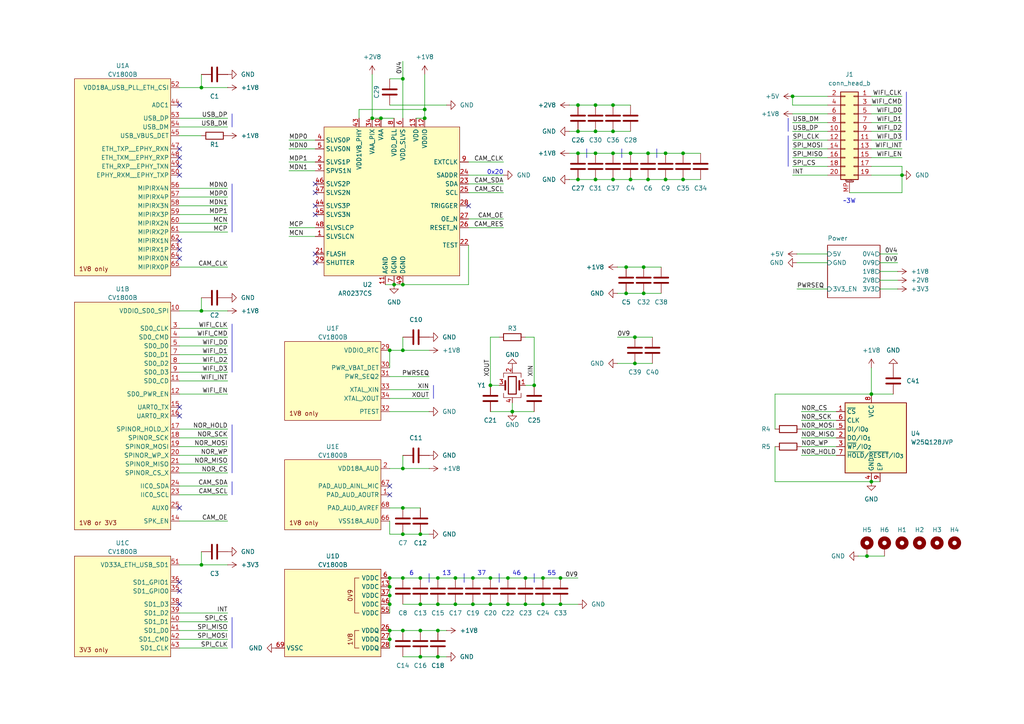
<source format=kicad_sch>
(kicad_sch (version 20250114) (generator "eeschema") (generator_version "9.0")
  (paper "A4")
  (title_block (title "HW1 Head A") (date "2025-10-07") (rev "1") (company "team noon") (comment 3 "github.com/team-noon/hw1") (comment 4 "Drawn By: Sam"))
  (text "0x20" (at 146.05 50.8 0) (effects (font (size 1.27 1.27)) (justify right bottom)))
  (text "13" (at 129.54 166.37 0) (effects (font (size 1.27 1.27))))
  (text "~3W" (at 246.38 58.42 0) (effects (font (size 1.27 1.27))))
  (text "6" (at 119.38 166.37 0) (effects (font (size 1.27 1.27))))
  (text "37" (at 139.7 166.37 0) (effects (font (size 1.27 1.27))))
  (text "55" (at 160.02 166.37 0) (effects (font (size 1.27 1.27))))
  (text "46" (at 149.86 166.37 0) (effects (font (size 1.27 1.27))))
  (junction (at 147.32 175.26))
  (junction (at 157.48 167.64))
  (junction (at 127 175.26))
  (junction (at 152.4 167.64))
  (junction (at 142.24 111.76))
  (junction (at 127 190.5))
  (junction (at 121.92 167.64))
  (junction (at 116.84 147.32))
  (junction (at 58.42 163.83))
  (junction (at 132.08 167.64))
  (junction (at 123.19 31.75))
  (junction (at 198.12 44.45))
  (junction (at 148.59 119.38))
  (junction (at 116.84 154.94))
  (junction (at 182.88 52.07))
  (junction (at 167.64 44.45))
  (junction (at 186.69 77.47))
  (junction (at 113.03 101.6))
  (junction (at 127 182.88))
  (junction (at 154.94 111.76))
  (junction (at 123.19 34.29))
  (junction (at 121.92 154.94))
  (junction (at 116.84 101.6))
  (junction (at 116.84 182.88))
  (junction (at 137.16 175.26))
  (junction (at 116.84 167.64))
  (junction (at 193.04 44.45))
  (junction (at 181.61 77.47))
  (junction (at 167.64 30.48))
  (junction (at 116.84 135.89))
  (junction (at 121.92 190.5))
  (junction (at 172.72 38.1))
  (junction (at 107.95 34.29))
  (junction (at 261.62 50.8))
  (junction (at 113.03 172.72))
  (junction (at 114.3 82.55))
  (junction (at 229.87 27.94))
  (junction (at 187.96 44.45))
  (junction (at 182.88 44.45))
  (junction (at 113.03 170.18))
  (junction (at 167.64 52.07))
  (junction (at 172.72 30.48))
  (junction (at 147.32 167.64))
  (junction (at 177.8 52.07))
  (junction (at 137.16 167.64))
  (junction (at 184.15 105.41))
  (junction (at 157.48 175.26))
  (junction (at 184.15 97.79))
  (junction (at 162.56 175.26))
  (junction (at 172.72 52.07))
  (junction (at 193.04 52.07))
  (junction (at 58.42 25.4))
  (junction (at 162.56 167.64))
  (junction (at 58.42 90.17))
  (junction (at 113.03 175.26))
  (junction (at 116.84 22.86))
  (junction (at 121.92 182.88))
  (junction (at 110.49 34.29))
  (junction (at 186.69 85.09))
  (junction (at 172.72 44.45))
  (junction (at 142.24 175.26))
  (junction (at 152.4 175.26))
  (junction (at 113.03 182.88))
  (junction (at 251.46 161.29))
  (junction (at 177.8 38.1))
  (junction (at 113.03 167.64))
  (junction (at 252.73 114.3))
  (junction (at 127 167.64))
  (junction (at 181.61 85.09))
  (junction (at 121.92 175.26))
  (junction (at 132.08 175.26))
  (junction (at 252.73 139.7))
  (junction (at 142.24 167.64))
  (junction (at 187.96 52.07))
  (junction (at 177.8 30.48))
  (junction (at 167.64 38.1))
  (junction (at 116.84 82.55))
  (junction (at 177.8 44.45))
  (junction (at 113.03 185.42))
  (junction (at 198.12 52.07))
  (no_connect (at 52.07 120.65))
  (no_connect (at 135.89 59.69))
  (no_connect (at 52.07 45.72))
  (no_connect (at 91.44 62.23))
  (no_connect (at 91.44 55.88))
  (no_connect (at 113.03 140.97))
  (no_connect (at 52.07 72.39))
  (no_connect (at 91.44 73.66))
  (no_connect (at 52.07 30.48))
  (no_connect (at 91.44 59.69))
  (no_connect (at 52.07 48.26))
  (no_connect (at 52.07 175.26))
  (no_connect (at 52.07 171.45))
  (no_connect (at 52.07 43.18))
  (no_connect (at 113.03 143.51))
  (no_connect (at 52.07 74.93))
  (no_connect (at 52.07 69.85))
  (no_connect (at 52.07 168.91))
  (no_connect (at 52.07 147.32))
  (no_connect (at 52.07 50.8))
  (no_connect (at 52.07 118.11))
  (no_connect (at 91.44 53.34))
  (no_connect (at 91.44 76.2))
  (wire (pts (xy 186.69 77.47) (xy 191.77 77.47)))
  (wire (pts (xy 104.14 31.75) (xy 104.14 34.29)))
  (wire (pts (xy 252.73 106.68) (xy 252.73 114.3)))
  (wire (pts (xy 113.03 147.32) (xy 116.84 147.32)))
  (wire (pts (xy 52.07 151.13) (xy 66.04 151.13)))
  (wire (pts (xy 162.56 175.26) (xy 157.48 175.26)))
  (wire (pts (xy 123.19 21.59) (xy 123.19 31.75)))
  (wire (pts (xy 224.79 114.3) (xy 252.73 114.3)))
  (wire (pts (xy 261.62 43.18) (xy 252.73 43.18)))
  (wire (pts (xy 107.95 34.29) (xy 107.95 21.59)))
  (wire (pts (xy 124.46 119.38) (xy 113.03 119.38)))
  (wire (pts (xy 187.96 52.07) (xy 193.04 52.07)))
  (wire (pts (xy 58.42 25.4) (xy 66.04 25.4)))
  (wire (pts (xy 52.07 107.95) (xy 66.04 107.95)))
  (wire (pts (xy 52.07 124.46) (xy 66.04 124.46)))
  (wire (pts (xy 66.04 36.83) (xy 52.07 36.83)))
  (wire (pts (xy 157.48 167.64) (xy 162.56 167.64)))
  (wire (pts (xy 91.44 66.04) (xy 83.82 66.04)))
  (wire (pts (xy 261.62 48.26) (xy 261.62 50.8)))
  (wire (pts (xy 232.41 129.54) (xy 242.57 129.54)))
  (wire (pts (xy 229.87 27.94) (xy 229.87 30.48)))
  (wire (pts (xy 167.64 44.45) (xy 172.72 44.45)))
  (wire (pts (xy 66.04 140.97) (xy 52.07 140.97)))
  (wire (pts (xy 260.35 73.66) (xy 255.27 73.66)))
  (wire (pts (xy 229.87 38.1) (xy 240.03 38.1)))
  (wire (pts (xy 52.07 110.49) (xy 66.04 110.49)))
  (wire (pts (xy 229.87 45.72) (xy 240.03 45.72)))
  (wire (pts (xy 52.07 182.88) (xy 66.04 182.88)))
  (wire (pts (xy 52.07 127) (xy 66.04 127)))
  (wire (pts (xy 135.89 46.99) (xy 146.05 46.99)))
  (wire (pts (xy 52.07 54.61) (xy 66.04 54.61)))
  (wire (pts (xy 224.79 114.3) (xy 224.79 124.46)))
  (wire (pts (xy 232.41 121.92) (xy 242.57 121.92)))
  (wire (pts (xy 165.1 44.45) (xy 167.64 44.45)))
  (wire (pts (xy 167.64 52.07) (xy 172.72 52.07)))
  (wire (pts (xy 181.61 85.09) (xy 186.69 85.09)))
  (wire (pts (xy 121.92 175.26) (xy 116.84 175.26)))
  (wire (pts (xy 232.41 124.46) (xy 242.57 124.46)))
  (wire (pts (xy 261.62 45.72) (xy 252.73 45.72)))
  (wire (pts (xy 229.87 48.26) (xy 240.03 48.26)))
  (wire (pts (xy 91.44 46.99) (xy 83.82 46.99)))
  (wire (pts (xy 121.92 154.94) (xy 124.46 154.94)))
  (wire (pts (xy 66.04 180.34) (xy 52.07 180.34)))
  (wire (pts (xy 111.76 82.55) (xy 114.3 82.55)))
  (wire (pts (xy 229.87 35.56) (xy 240.03 35.56)))
  (wire (pts (xy 123.19 31.75) (xy 104.14 31.75)))
  (wire (pts (xy 144.78 97.79) (xy 142.24 97.79)))
  (wire (pts (xy 132.08 167.64) (xy 127 167.64)))
  (wire (pts (xy 261.62 40.64) (xy 252.73 40.64)))
  (wire (pts (xy 52.07 102.87) (xy 66.04 102.87)))
  (wire (pts (xy 135.89 50.8) (xy 146.05 50.8)))
  (wire (pts (xy 135.89 66.04) (xy 146.05 66.04)))
  (wire (pts (xy 113.03 113.03) (xy 124.46 113.03)))
  (wire (pts (xy 167.64 167.64) (xy 162.56 167.64)))
  (wire (pts (xy 114.3 82.55) (xy 116.84 82.55)))
  (wire (pts (xy 142.24 175.26) (xy 137.16 175.26)))
  (wire (pts (xy 66.04 34.29) (xy 52.07 34.29)))
  (wire (pts (xy 113.03 170.18) (xy 113.03 172.72)))
  (wire (pts (xy 58.42 160.02) (xy 58.42 163.83)))
  (polyline (pts (xy 125.73 111.76) (xy 125.73 115.57)))
  (wire (pts (xy 184.15 97.79) (xy 189.23 97.79)))
  (wire (pts (xy 252.73 139.7) (xy 255.27 139.7)))
  (wire (pts (xy 186.69 85.09) (xy 191.77 85.09)))
  (wire (pts (xy 91.44 43.18) (xy 83.82 43.18)))
  (wire (pts (xy 246.38 55.88) (xy 261.62 55.88)))
  (wire (pts (xy 116.84 97.79) (xy 116.84 101.6)))
  (wire (pts (xy 165.1 30.48) (xy 167.64 30.48)))
  (wire (pts (xy 165.1 38.1) (xy 167.64 38.1)))
  (wire (pts (xy 52.07 187.96) (xy 66.04 187.96)))
  (wire (pts (xy 157.48 175.26) (xy 152.4 175.26)))
  (wire (pts (xy 52.07 25.4) (xy 58.42 25.4)))
  (polyline (pts (xy 170.18 43.18) (xy 170.18 45.72)))
  (wire (pts (xy 182.88 44.45) (xy 187.96 44.45)))
  (wire (pts (xy 113.03 175.26) (xy 113.03 177.8)))
  (wire (pts (xy 198.12 52.07) (xy 203.2 52.07)))
  (wire (pts (xy 177.8 38.1) (xy 182.88 38.1)))
  (wire (pts (xy 261.62 55.88) (xy 261.62 50.8)))
  (wire (pts (xy 110.49 34.29) (xy 114.3 34.29)))
  (wire (pts (xy 116.84 132.08) (xy 116.84 135.89)))
  (wire (pts (xy 127 175.26) (xy 121.92 175.26)))
  (wire (pts (xy 58.42 90.17) (xy 66.04 90.17)))
  (wire (pts (xy 116.84 147.32) (xy 121.92 147.32)))
  (wire (pts (xy 251.46 161.29) (xy 256.54 161.29)))
  (wire (pts (xy 167.64 175.26) (xy 162.56 175.26)))
  (wire (pts (xy 121.92 182.88) (xy 127 182.88)))
  (wire (pts (xy 232.41 127) (xy 242.57 127)))
  (wire (pts (xy 260.35 83.82) (xy 255.27 83.82)))
  (wire (pts (xy 66.04 143.51) (xy 52.07 143.51)))
  (wire (pts (xy 116.84 17.78) (xy 116.84 22.86)))
  (wire (pts (xy 91.44 68.58) (xy 83.82 68.58)))
  (wire (pts (xy 248.92 161.29) (xy 251.46 161.29)))
  (wire (pts (xy 147.32 175.26) (xy 142.24 175.26)))
  (wire (pts (xy 123.19 31.75) (xy 123.19 34.29)))
  (wire (pts (xy 260.35 76.2) (xy 255.27 76.2)))
  (wire (pts (xy 113.03 185.42) (xy 113.03 187.96)))
  (wire (pts (xy 144.78 111.76) (xy 142.24 111.76)))
  (wire (pts (xy 224.79 129.54) (xy 224.79 139.7)))
  (wire (pts (xy 154.94 97.79) (xy 154.94 111.76)))
  (wire (pts (xy 135.89 55.88) (xy 146.05 55.88)))
  (polyline (pts (xy 228.6 39.37) (xy 228.6 48.26)))
  (wire (pts (xy 58.42 86.36) (xy 58.42 90.17)))
  (wire (pts (xy 135.89 63.5) (xy 146.05 63.5)))
  (polyline (pts (xy 67.31 123.19) (xy 67.31 137.16)))
  (wire (pts (xy 172.72 30.48) (xy 177.8 30.48)))
  (wire (pts (xy 177.8 44.45) (xy 182.88 44.45)))
  (wire (pts (xy 113.03 101.6) (xy 116.84 101.6)))
  (wire (pts (xy 113.03 154.94) (xy 113.03 151.13)))
  (wire (pts (xy 181.61 77.47) (xy 186.69 77.47)))
  (wire (pts (xy 121.92 167.64) (xy 116.84 167.64)))
  (wire (pts (xy 172.72 38.1) (xy 177.8 38.1)))
  (wire (pts (xy 165.1 52.07) (xy 167.64 52.07)))
  (wire (pts (xy 260.35 78.74) (xy 255.27 78.74)))
  (wire (pts (xy 179.07 77.47) (xy 181.61 77.47)))
  (wire (pts (xy 113.03 154.94) (xy 116.84 154.94)))
  (wire (pts (xy 52.07 77.47) (xy 66.04 77.47)))
  (wire (pts (xy 58.42 163.83) (xy 66.04 163.83)))
  (wire (pts (xy 135.89 71.12) (xy 135.89 82.55)))
  (wire (pts (xy 148.59 119.38) (xy 142.24 119.38)))
  (wire (pts (xy 58.42 21.59) (xy 58.42 25.4)))
  (wire (pts (xy 113.03 172.72) (xy 113.03 175.26)))
  (wire (pts (xy 261.62 38.1) (xy 252.73 38.1)))
  (wire (pts (xy 179.07 85.09) (xy 181.61 85.09)))
  (polyline (pts (xy 262.89 26.67) (xy 262.89 40.64)))
  (polyline (pts (xy 67.31 179.07) (xy 67.31 187.96)))
  (polyline (pts (xy 180.34 43.18) (xy 180.34 45.72)))
  (wire (pts (xy 229.87 33.02) (xy 240.03 33.02)))
  (wire (pts (xy 148.59 116.84) (xy 148.59 119.38)))
  (polyline (pts (xy 154.94 166.37) (xy 154.94 168.91)))
  (wire (pts (xy 121.92 190.5) (xy 116.84 190.5)))
  (wire (pts (xy 52.07 67.31) (xy 66.04 67.31)))
  (wire (pts (xy 52.07 185.42) (xy 66.04 185.42)))
  (wire (pts (xy 182.88 52.07) (xy 187.96 52.07)))
  (wire (pts (xy 152.4 97.79) (xy 154.94 97.79)))
  (wire (pts (xy 177.8 30.48) (xy 182.88 30.48)))
  (polyline (pts (xy 67.31 53.34) (xy 67.31 67.31)))
  (wire (pts (xy 113.03 22.86) (xy 116.84 22.86)))
  (polyline (pts (xy 67.31 33.02) (xy 67.31 36.83)))
  (wire (pts (xy 66.04 177.8) (xy 52.07 177.8)))
  (wire (pts (xy 252.73 48.26) (xy 261.62 48.26)))
  (wire (pts (xy 129.54 190.5) (xy 127 190.5)))
  (wire (pts (xy 113.03 109.22) (xy 124.46 109.22)))
  (wire (pts (xy 152.4 167.64) (xy 157.48 167.64)))
  (wire (pts (xy 137.16 167.64) (xy 132.08 167.64)))
  (wire (pts (xy 252.73 50.8) (xy 261.62 50.8)))
  (wire (pts (xy 52.07 129.54) (xy 66.04 129.54)))
  (wire (pts (xy 137.16 175.26) (xy 132.08 175.26)))
  (wire (pts (xy 52.07 105.41) (xy 66.04 105.41)))
  (wire (pts (xy 260.35 81.28) (xy 255.27 81.28)))
  (wire (pts (xy 127 167.64) (xy 121.92 167.64)))
  (wire (pts (xy 52.07 95.25) (xy 66.04 95.25)))
  (wire (pts (xy 127 182.88) (xy 129.54 182.88)))
  (wire (pts (xy 52.07 137.16) (xy 66.04 137.16)))
  (wire (pts (xy 231.14 83.82) (xy 240.03 83.82)))
  (wire (pts (xy 224.79 139.7) (xy 252.73 139.7)))
  (wire (pts (xy 52.07 163.83) (xy 58.42 163.83)))
  (wire (pts (xy 229.87 50.8) (xy 240.03 50.8)))
  (wire (pts (xy 154.94 111.76) (xy 152.4 111.76)))
  (wire (pts (xy 167.64 38.1) (xy 172.72 38.1)))
  (wire (pts (xy 184.15 105.41) (xy 189.23 105.41)))
  (wire (pts (xy 198.12 44.45) (xy 203.2 44.45)))
  (wire (pts (xy 52.07 62.23) (xy 66.04 62.23)))
  (wire (pts (xy 261.62 33.02) (xy 252.73 33.02)))
  (polyline (pts (xy 228.6 34.29) (xy 228.6 38.1)))
  (wire (pts (xy 172.72 52.07) (xy 177.8 52.07)))
  (wire (pts (xy 52.07 64.77) (xy 66.04 64.77)))
  (wire (pts (xy 252.73 114.3) (xy 259.08 114.3)))
  (wire (pts (xy 231.14 76.2) (xy 240.03 76.2)))
  (wire (pts (xy 52.07 134.62) (xy 66.04 134.62)))
  (wire (pts (xy 52.07 97.79) (xy 66.04 97.79)))
  (wire (pts (xy 52.07 132.08) (xy 66.04 132.08)))
  (wire (pts (xy 52.07 114.3) (xy 66.04 114.3)))
  (wire (pts (xy 172.72 44.45) (xy 177.8 44.45)))
  (wire (pts (xy 91.44 40.64) (xy 83.82 40.64)))
  (wire (pts (xy 113.03 101.6) (xy 113.03 106.68)))
  (wire (pts (xy 231.14 73.66) (xy 240.03 73.66)))
  (wire (pts (xy 152.4 175.26) (xy 147.32 175.26)))
  (wire (pts (xy 52.07 39.37) (xy 58.42 39.37)))
  (polyline (pts (xy 134.62 166.37) (xy 134.62 168.91)))
  (wire (pts (xy 116.84 154.94) (xy 121.92 154.94)))
  (wire (pts (xy 261.62 27.94) (xy 252.73 27.94)))
  (wire (pts (xy 229.87 40.64) (xy 240.03 40.64)))
  (wire (pts (xy 229.87 27.94) (xy 240.03 27.94)))
  (wire (pts (xy 167.64 30.48) (xy 172.72 30.48)))
  (wire (pts (xy 116.84 101.6) (xy 124.46 101.6)))
  (wire (pts (xy 116.84 182.88) (xy 121.92 182.88)))
  (wire (pts (xy 113.03 182.88) (xy 113.03 185.42)))
  (wire (pts (xy 107.95 34.29) (xy 110.49 34.29)))
  (wire (pts (xy 113.03 182.88) (xy 116.84 182.88)))
  (wire (pts (xy 52.07 59.69) (xy 66.04 59.69)))
  (wire (pts (xy 187.96 44.45) (xy 193.04 44.45)))
  (polyline (pts (xy 190.5 43.18) (xy 190.5 45.72)))
  (wire (pts (xy 232.41 132.08) (xy 242.57 132.08)))
  (wire (pts (xy 142.24 97.79) (xy 142.24 111.76)))
  (polyline (pts (xy 124.46 166.37) (xy 124.46 168.91)))
  (wire (pts (xy 135.89 53.34) (xy 146.05 53.34)))
  (wire (pts (xy 113.03 167.64) (xy 113.03 170.18)))
  (wire (pts (xy 261.62 30.48) (xy 252.73 30.48)))
  (wire (pts (xy 113.03 135.89) (xy 116.84 135.89)))
  (wire (pts (xy 116.84 22.86) (xy 116.84 34.29)))
  (wire (pts (xy 193.04 52.07) (xy 198.12 52.07)))
  (wire (pts (xy 116.84 167.64) (xy 113.03 167.64)))
  (wire (pts (xy 193.04 44.45) (xy 198.12 44.45)))
  (wire (pts (xy 113.03 30.48) (xy 129.54 30.48)))
  (wire (pts (xy 116.84 135.89) (xy 124.46 135.89)))
  (wire (pts (xy 113.03 115.57) (xy 124.46 115.57)))
  (polyline (pts (xy 67.31 93.98) (xy 67.31 107.95)))
  (wire (pts (xy 229.87 30.48) (xy 240.03 30.48)))
  (wire (pts (xy 177.8 52.07) (xy 182.88 52.07)))
  (wire (pts (xy 52.07 90.17) (xy 58.42 90.17)))
  (wire (pts (xy 229.87 43.18) (xy 240.03 43.18)))
  (wire (pts (xy 52.07 57.15) (xy 66.04 57.15)))
  (wire (pts (xy 123.19 34.29) (xy 120.65 34.29)))
  (wire (pts (xy 232.41 119.38) (xy 242.57 119.38)))
  (wire (pts (xy 91.44 49.53) (xy 83.82 49.53)))
  (wire (pts (xy 261.62 35.56) (xy 252.73 35.56)))
  (polyline (pts (xy 67.31 139.7) (xy 67.31 143.51)))
  (wire (pts (xy 147.32 167.64) (xy 142.24 167.64)))
  (wire (pts (xy 127 190.5) (xy 121.92 190.5)))
  (wire (pts (xy 179.07 97.79) (xy 184.15 97.79)))
  (wire (pts (xy 135.89 82.55) (xy 116.84 82.55)))
  (wire (pts (xy 152.4 167.64) (xy 147.32 167.64)))
  (wire (pts (xy 142.24 167.64) (xy 137.16 167.64)))
  (wire (pts (xy 52.07 100.33) (xy 66.04 100.33)))
  (polyline (pts (xy 144.78 166.37) (xy 144.78 168.91)))
  (wire (pts (xy 154.94 119.38) (xy 148.59 119.38)))
  (wire (pts (xy 132.08 175.26) (xy 127 175.26)))
  (wire (pts (xy 179.07 105.41) (xy 184.15 105.41)))
  (label "WIFI_D1" (at 66.04 102.87 180))
  (label "CAM_OE" (at 66.04 151.13 180))
  (label "NOR_HOLD" (at 66.04 124.46 180))
  (label "XOUT" (at 142.24 109.22 90))
  (label "WIFI_D2" (at 66.04 105.41 180))
  (label "USB_DP" (at 66.04 34.29 180))
  (label "SPI_CS" (at 229.87 48.26 0))
  (label "NOR_MOSI" (at 232.41 124.46 0))
  (label "MCP" (at 83.82 66.04 0))
  (label "WIFI_D1" (at 261.62 35.56 180))
  (label "SPI_CS" (at 66.04 180.34 180))
  (label "SPI_CLK" (at 66.04 187.96 180))
  (label "NOR_SCK" (at 66.04 127 180))
  (label "MCN" (at 66.04 64.77 180))
  (label "MDP0" (at 66.04 57.15 180))
  (label "NOR_MISO" (at 66.04 134.62 180))
  (label "WIFI_D2" (at 261.62 38.1 180))
  (label "XIN" (at 124.46 113.03 180))
  (label "CAM_RES" (at 146.05 66.04 180))
  (label "NOR_WP" (at 66.04 132.08 180))
  (label "CAM_SDA" (at 146.05 53.34 180))
  (label "INT" (at 229.87 50.8 0))
  (label "0V9" (at 260.35 76.2 180))
  (label "MDN0" (at 83.82 43.18 0))
  (label "SPI_MOSI" (at 66.04 185.42 180))
  (label "CAM_CLK" (at 66.04 77.47 180))
  (label "WIFI_CMD" (at 261.62 30.48 180))
  (label "0V4" (at 260.35 73.66 180))
  (label "PWRSEQ" (at 231.14 83.82 0))
  (label "CAM_SCL" (at 66.04 143.51 180))
  (label "CAM_OE" (at 146.05 63.5 180))
  (label "NOR_CS" (at 232.41 119.38 0))
  (label "CAM_CLK" (at 146.05 46.99 180))
  (label "SPI_MISO" (at 229.87 45.72 0))
  (label "NOR_SCK" (at 232.41 121.92 0))
  (label "WIFI_EN" (at 261.62 45.72 180))
  (label "MCP" (at 66.04 67.31 180))
  (label "WIFI_CLK" (at 66.04 95.25 180))
  (label "MCN" (at 83.82 68.58 0))
  (label "0V4" (at 116.84 17.78 270))
  (label "WIFI_CMD" (at 66.04 97.79 180))
  (label "PWRSEQ" (at 124.46 109.22 180))
  (label "XIN" (at 154.94 109.22 90))
  (label "USB_DM" (at 229.87 35.56 0))
  (label "WIFI_INT" (at 261.62 43.18 180))
  (label "CAM_SCL" (at 146.05 55.88 180))
  (label "NOR_MOSI" (at 66.04 129.54 180))
  (label "MDP1" (at 66.04 62.23 180))
  (label "USB_DM" (at 66.04 36.83 180))
  (label "MDN1" (at 66.04 59.69 180))
  (label "WIFI_D0" (at 261.62 33.02 180))
  (label "WIFI_D3" (at 261.62 40.64 180))
  (label "WIFI_INT" (at 66.04 110.49 180))
  (label "WIFI_D3" (at 66.04 107.95 180))
  (label "NOR_HOLD" (at 232.41 132.08 0))
  (label "WIFI_CLK" (at 261.62 27.94 180))
  (label "NOR_WP" (at 232.41 129.54 0))
  (label "NOR_CS" (at 66.04 137.16 180))
  (label "SPI_MOSI" (at 229.87 43.18 0))
  (label "WIFI_EN" (at 66.04 114.3 180))
  (label "INT" (at 66.04 177.8 180))
  (label "NOR_MISO" (at 232.41 127 0))
  (label "MDP1" (at 83.82 46.99 0))
  (label "MDN1" (at 83.82 49.53 0))
  (label "MDN0" (at 66.04 54.61 180))
  (label "USB_DP" (at 229.87 38.1 0))
  (label "SPI_CLK" (at 229.87 40.64 0))
  (label "SPI_MISO" (at 66.04 182.88 180))
  (label "0V9" (at 167.64 167.64 180))
  (label "0V9" (at 179.07 97.79 0))
  (label "WIFI_D0" (at 66.04 100.33 180))
  (label "XOUT" (at 124.46 115.57 180))
  (label "MDP0" (at 83.82 40.64 0))
  (label "CAM_SDA" (at 66.04 140.97 180))
  (symbol (lib_id "Device:C") (at 120.65 97.79 90) (unit 1)
    (property "Reference" "C10" (at 120.65 92.71 90))
    (property "Value" "0.1u" (effects (hide yes)))
    (property "Footprint" "Capacitor_SMD:C_0402_1005Metric" (effects (hide yes)))
    (property "Description" "Unpolarized capacitor" (effects (hide yes)))
  )
  (symbol (lib_id "power:+1V8") (at 66.04 90.17 270) (unit 1)
    (property "Reference" "#PWR05" (effects (hide yes)))
    (property "Value" "+1V8" (at 69.85 90.1699 90) (effects (justify left)))
    (property "Description" "Power symbol creates a global label with name \"+1V8\"" (effects (hide yes)))
  )
  (symbol (lib_id "Device:C") (at 127 171.45 0) (mirror y) (unit 1)
    (property "Reference" "C15" (at 127 177.8 0))
    (property "Value" "0.1u" (effects (hide yes)))
    (property "Footprint" "Capacitor_SMD:C_0402_1005Metric" (effects (hide yes)))
    (property "Description" "Unpolarized capacitor" (effects (hide yes)))
  )
  (symbol (lib_id "Mechanical:MountingHole") (at 266.7 157.48 0) (unit 1) (in_bom no)
    (property "Reference" "H2" (at 266.7 153.67 0))
    (property "Value" "MountingHole_Pad" (effects (hide yes)))
    (property "Footprint" "MountingHole:MountingHole_2.2mm_M2" (effects (hide yes)))
    (property "Description" "Mounting Hole without connection" (effects (hide yes)))
  )
  (symbol (lib_id "power:GND") (at 248.92 161.29 270) (unit 1)
    (property "Reference" "#PWR043" (effects (hide yes)))
    (property "Value" "GND" (at 245.11 161.2899 90) (effects (justify right)))
    (property "Description" "Power symbol creates a global label with name \"GND\" , ground" (effects (hide yes)))
  )
  (symbol (lib_id "power:+2V8") (at 165.1 30.48 90) (unit 1)
    (property "Reference" "#PWR023" (effects (hide yes)))
    (property "Value" "+2V8" (at 161.29 30.4799 90) (effects (justify left)))
    (property "Description" "Power symbol creates a global label with name \"+2V8\"" (effects (hide yes)))
  )
  (symbol (lib_id "power:GND") (at 124.46 119.38 90) (unit 1)
    (property "Reference" "#PWR015" (effects (hide yes)))
    (property "Value" "GND" (at 128.27 119.3799 90) (effects (justify right)))
    (property "Description" "Power symbol creates a global label with name \"GND\" , ground" (effects (hide yes)))
  )
  (symbol (lib_id "Device:R") (at 228.6 124.46 270) (mirror x) (unit 1)
    (property "Reference" "R4" (at 223.52 124.46 90) (effects (justify right)))
    (property "Value" "4.7k" (effects (hide yes)))
    (property "Footprint" "Resistor_SMD:R_0402_1005Metric" (effects (hide yes)))
    (property "Description" "Resistor" (effects (hide yes)))
  )
  (symbol (lib_id "Device:C") (at 62.23 21.59 90) (mirror x) (unit 1)
    (property "Reference" "C1" (at 62.23 27.94 90))
    (property "Value" "0.1u" (effects (hide yes)))
    (property "Footprint" "Capacitor_SMD:C_0402_1005Metric" (effects (hide yes)))
    (property "Description" "Unpolarized capacitor" (effects (hide yes)))
  )
  (symbol (lib_id "cvitek:CV1800B") (at 96.52 165.1 0) (unit 4)
    (property "Reference" "U1" (at 96.52 161.29 0))
    (property "Value" "CV1800B" (at 96.52 163.83 0))
    (property "Footprint" "Package_DFN_QFN:ArtInChip_QFN-68-1EP_7x7mm_P0.35mm_EP5.49x5.49mm" (effects (hide yes)))
    (property "milkV" "https://milkv.io/chips/cv1800b" (effects (hide yes)))
  )
  (symbol (lib_id "Device:C") (at 116.84 171.45 0) (mirror y) (unit 1)
    (property "Reference" "C8" (at 116.84 177.8 0))
    (property "Value" "0.1u" (effects (hide yes)))
    (property "Footprint" "Capacitor_SMD:C_0402_1005Metric" (effects (hide yes)))
    (property "Description" "Unpolarized capacitor" (effects (hide yes)))
  )
  (symbol (lib_id "Device:Crystal_GND24") (at 148.59 111.76 0) (mirror y) (unit 1)
    (property "Reference" "Y1" (at 139.7 111.76 0))
    (property "Value" "25M" (effects (hide yes)))
    (property "Footprint" "Crystal:Crystal_SMD_2016-4Pin_2.0x1.6mm" (effects (hide yes)))
    (property "Description" "Four pin crystal, GND on pins 2 and 4" (effects (hide yes)))
    (property "LCSC" "C20617996" (effects (hide yes)))
  )
  (symbol (lib_id "Device:C") (at 157.48 171.45 0) (mirror y) (unit 1)
    (property "Reference" "C24" (at 157.48 177.8 0))
    (property "Value" "0.1u" (effects (hide yes)))
    (property "Footprint" "Capacitor_SMD:C_0402_1005Metric" (effects (hide yes)))
    (property "Description" "Unpolarized capacitor" (effects (hide yes)))
  )
  (symbol (lib_id "power:GND") (at 179.07 85.09 270) (unit 1)
    (property "Reference" "#PWR011" (effects (hide yes)))
    (property "Value" "GND" (at 175.26 85.0899 90) (effects (justify right)))
    (property "Description" "Power symbol creates a global label with name \"GND\" , ground" (effects (hide yes)))
  )
  (symbol (lib_id "cvitek:CV1800B") (at 35.56 161.29 0) (unit 3)
    (property "Reference" "U1" (at 35.56 157.48 0))
    (property "Value" "CV1800B" (at 35.56 160.02 0))
    (property "Footprint" "Package_DFN_QFN:ArtInChip_QFN-68-1EP_7x7mm_P0.35mm_EP5.49x5.49mm" (effects (hide yes)))
    (property "milkV" "https://milkv.io/chips/cv1800b" (effects (hide yes)))
  )
  (symbol (lib_id "Mechanical:MountingHole_Pad") (at 251.46 158.75 0) (unit 1) (in_bom no)
    (property "Reference" "H5" (at 251.46 153.67 0))
    (property "Value" "MountingHole_Pad" (effects (hide yes)))
    (property "Footprint" "MountingHole:MountingHole_2.2mm_M2_DIN965_Pad" (effects (hide yes)))
    (property "Description" "Mounting Hole with connection" (effects (hide yes)))
  )
  (symbol (lib_id "Device:C") (at 182.88 34.29 0) (mirror y) (unit 1)
    (property "Reference" "C28" (at 182.88 40.64 0))
    (property "Value" "1u" (effects (hide yes)))
    (property "Footprint" "Capacitor_SMD:C_0402_1005Metric" (effects (hide yes)))
    (property "Description" "Unpolarized capacitor" (effects (hide yes)))
  )
  (symbol (lib_id "power:GND") (at 146.05 50.8 90) (unit 1)
    (property "Reference" "#PWR031" (effects (hide yes)))
    (property "Value" "GND" (at 149.86 50.7999 90) (effects (justify right)))
    (property "Description" "Power symbol creates a global label with name \"GND\" , ground" (effects (hide yes)))
  )
  (symbol (lib_id "Device:C") (at 132.08 171.45 0) (mirror y) (unit 1)
    (property "Reference" "C17" (at 132.08 177.8 0))
    (property "Value" "2.2u" (effects (hide yes)))
    (property "Footprint" "Capacitor_SMD:C_0402_1005Metric" (effects (hide yes)))
    (property "Description" "Unpolarized capacitor" (effects (hide yes)))
  )
  (symbol (lib_id "Device:C") (at 147.32 171.45 0) (mirror y) (unit 1)
    (property "Reference" "C22" (at 147.32 177.8 0))
    (property "Value" "0.1u" (effects (hide yes)))
    (property "Footprint" "Capacitor_SMD:C_0402_1005Metric" (effects (hide yes)))
    (property "Description" "Unpolarized capacitor" (effects (hide yes)))
  )
  (symbol (lib_id "power:+1V8") (at 66.04 25.4 270) (unit 1)
    (property "Reference" "#PWR02" (effects (hide yes)))
    (property "Value" "+1V8" (at 69.85 25.3999 90) (effects (justify left)))
    (property "Description" "Power symbol creates a global label with name \"+1V8\"" (effects (hide yes)))
  )
  (symbol (lib_id "Device:C") (at 187.96 48.26 0) (mirror y) (unit 1)
    (property "Reference" "C6" (at 187.96 54.61 0))
    (property "Value" "2.2u" (effects (hide yes)))
    (property "Footprint" "Capacitor_SMD:C_0402_1005Metric" (effects (hide yes)))
    (property "Description" "Unpolarized capacitor" (effects (hide yes)))
  )
  (symbol (lib_id "power:+2V8") (at 260.35 81.28 270) (unit 1)
    (property "Reference" "#PWR041" (effects (hide yes)))
    (property "Value" "+2V8" (at 264.16 81.2799 90) (effects (justify left)))
    (property "Description" "Power symbol creates a global label with name \"+2V8\"" (effects (hide yes)))
  )
  (symbol (lib_id "Connector_Generic_MountingPin:Conn_02x10_Odd_Even_MountingPin") (at 247.65 38.1 0) (mirror y) (unit 1)
    (property "Reference" "J1" (at 246.38 21.59 0))
    (property "Value" "conn_head_b" (at 246.38 24.13 0))
    (property "Footprint" "Connector_Hirose_DF40:Hirose_DF40C-20DP-0.4V_2x10-1MP_P0.4mm" (effects (hide yes)))
    (property "Description" "Generic connectable mounting pin connector, double row, 02x10, odd/even pin numbering scheme (row 1 odd numbers, row 2 even numbers), script generated (kicad-library-utils/schlib/autogen/connector/)" (effects (hide yes)))
    (property "LCSC" "C424637" (effects (hide yes)))
  )
  (symbol (lib_id "power:+3V3") (at 260.35 83.82 270) (unit 1)
    (property "Reference" "#PWR040" (effects (hide yes)))
    (property "Value" "+3V3" (at 264.16 83.8199 90) (effects (justify left)))
    (property "Description" "Power symbol creates a global label with name \"+3V3\"" (effects (hide yes)))
  )
  (symbol (lib_id "power:GND") (at 148.59 106.68 0) (mirror x) (unit 1)
    (property "Reference" "#PWR021" (effects (hide yes)))
    (property "Value" "GND" (at 148.59 102.87 0))
    (property "Description" "Power symbol creates a global label with name \"GND\" , ground" (effects (hide yes)))
  )
  (symbol (lib_id "Mechanical:MountingHole") (at 271.78 157.48 0) (unit 1) (in_bom no)
    (property "Reference" "H3" (at 271.78 153.67 0))
    (property "Value" "MountingHole_Pad" (effects (hide yes)))
    (property "Footprint" "MountingHole:MountingHole_2.2mm_M2" (effects (hide yes)))
    (property "Description" "Mounting Hole without connection" (effects (hide yes)))
  )
  (symbol (lib_id "Mechanical:MountingHole") (at 261.62 157.48 0) (unit 1) (in_bom no)
    (property "Reference" "H1" (at 261.62 153.67 0))
    (property "Value" "MountingHole_Pad" (effects (hide yes)))
    (property "Footprint" "MountingHole:MountingHole_2.2mm_M2" (effects (hide yes)))
    (property "Description" "Mounting Hole without connection" (effects (hide yes)))
  )
  (symbol (lib_id "Device:C") (at 127 186.69 0) (mirror y) (unit 1)
    (property "Reference" "C18" (at 127 193.04 0))
    (property "Value" "10u" (effects (hide yes)))
    (property "Footprint" "Capacitor_SMD:C_0402_1005Metric" (effects (hide yes)))
    (property "Description" "Unpolarized capacitor" (effects (hide yes)))
  )
  (symbol (lib_id "power:+1V8") (at 229.87 33.02 90) (unit 1)
    (property "Reference" "#PWR039" (effects (hide yes)))
    (property "Value" "+1V8" (at 226.06 33.0199 90) (effects (justify left)))
    (property "Description" "Power symbol creates a global label with name \"+1V8\"" (effects (hide yes)))
  )
  (symbol (lib_id "onsemi:AR0237CS") (at 114.3 22.86 0) (mirror y) (unit 1)
    (property "Reference" "U2" (at 107.95 82.55 0) (effects (justify left)))
    (property "Value" "AR0237CS" (at 107.95 85.09 0) (effects (justify left)))
    (property "Footprint" "onsemi:PLCC-48-11.43x11.4mm" (effects (hide yes)))
    (property "LCSC" "C512869" (effects (hide yes)))
  )
  (symbol (lib_id "power:+1V8") (at 123.19 21.59 0) (unit 1)
    (property "Reference" "#PWR012" (effects (hide yes)))
    (property "Value" "+1V8" (at 123.19 16.51 0))
    (property "Description" "Power symbol creates a global label with name \"+1V8\"" (effects (hide yes)))
  )
  (symbol (lib_id "Device:C") (at 182.88 48.26 0) (mirror y) (unit 1)
    (property "Reference" "C4" (at 182.88 54.61 0))
    (property "Value" "0.1u" (effects (hide yes)))
    (property "Footprint" "Capacitor_SMD:C_0402_1005Metric" (effects (hide yes)))
    (property "Description" "Unpolarized capacitor" (effects (hide yes)))
  )
  (symbol (lib_id "Device:C") (at 121.92 151.13 0) (unit 1)
    (property "Reference" "C12" (at 121.92 157.48 0))
    (property "Value" "10u" (effects (hide yes)))
    (property "Footprint" "Capacitor_SMD:C_0402_1005Metric" (effects (hide yes)))
    (property "Description" "Unpolarized capacitor" (effects (hide yes)))
  )
  (symbol (lib_id "cvitek:CV1800B") (at 35.56 87.63 0) (unit 2)
    (property "Reference" "U1" (at 35.56 83.82 0))
    (property "Value" "CV1800B" (at 35.56 86.36 0))
    (property "Footprint" "Package_DFN_QFN:ArtInChip_QFN-68-1EP_7x7mm_P0.35mm_EP5.49x5.49mm" (effects (hide yes)))
    (property "milkV" "https://milkv.io/chips/cv1800b" (effects (hide yes)))
  )
  (symbol (lib_id "power:GND") (at 114.3 82.55 0) (unit 1)
    (property "Reference" "#PWR010" (effects (hide yes)))
    (property "Value" "GND" (at 114.3 87.63 0))
    (property "Description" "Power symbol creates a global label with name \"GND\" , ground" (effects (hide yes)))
  )
  (symbol (lib_id "power:GND") (at 148.59 119.38 0) (mirror y) (unit 1)
    (property "Reference" "#PWR022" (effects (hide yes)))
    (property "Value" "GND" (at 148.59 123.19 0))
    (property "Description" "Power symbol creates a global label with name \"GND\" , ground" (effects (hide yes)))
  )
  (symbol (lib_id "Device:R") (at 228.6 129.54 270) (mirror x) (unit 1)
    (property "Reference" "R5" (at 223.52 129.54 90) (effects (justify right)))
    (property "Value" "4.7k" (effects (hide yes)))
    (property "Footprint" "Resistor_SMD:R_0402_1005Metric" (effects (hide yes)))
    (property "Description" "Resistor" (effects (hide yes)))
  )
  (symbol (lib_id "Device:C") (at 177.8 34.29 0) (mirror y) (unit 1)
    (property "Reference" "C36" (at 177.8 40.64 0))
    (property "Value" "1u" (effects (hide yes)))
    (property "Footprint" "Capacitor_SMD:C_0402_1005Metric" (effects (hide yes)))
    (property "Description" "Unpolarized capacitor" (effects (hide yes)))
  )
  (symbol (lib_id "power:+1V8") (at 252.73 106.68 0) (unit 1)
    (property "Reference" "#PWR033" (effects (hide yes)))
    (property "Value" "+1V8" (at 252.73 101.6 0))
    (property "Description" "Power symbol creates a global label with name \"+1V8\"" (effects (hide yes)))
  )
  (symbol (lib_id "power:+1V8") (at 179.07 77.47 90) (unit 1)
    (property "Reference" "#PWR07" (effects (hide yes)))
    (property "Value" "+1V8" (at 175.26 77.4699 90) (effects (justify left)))
    (property "Description" "Power symbol creates a global label with name \"+1V8\"" (effects (hide yes)))
  )
  (symbol (lib_id "power:+5V") (at 231.14 73.66 90) (unit 1)
    (property "Reference" "#PWR038" (effects (hide yes)))
    (property "Value" "+5V" (at 227.33 73.6599 90) (effects (justify left)))
    (property "Description" "Power symbol creates a global label with name \"+5V\"" (effects (hide yes)))
  )
  (symbol (lib_id "Device:C") (at 167.64 34.29 0) (mirror y) (unit 1)
    (property "Reference" "C26" (at 167.64 40.64 0))
    (property "Value" "1u" (effects (hide yes)))
    (property "Footprint" "Capacitor_SMD:C_0402_1005Metric" (effects (hide yes)))
    (property "Description" "Unpolarized capacitor" (effects (hide yes)))
  )
  (symbol (lib_id "cvitek:CV1800B") (at 35.56 22.86 0) (unit 1)
    (property "Reference" "U1" (at 35.56 19.05 0))
    (property "Value" "CV1800B" (at 35.56 21.59 0))
    (property "Footprint" "Package_DFN_QFN:ArtInChip_QFN-68-1EP_7x7mm_P0.35mm_EP5.49x5.49mm" (effects (hide yes)))
    (property "milkV" "https://milkv.io/chips/cv1800b" (effects (hide yes)))
  )
  (symbol (lib_id "Device:R") (at 148.59 97.79 270) (mirror x) (unit 1)
    (property "Reference" "R3" (at 148.59 95.25 90))
    (property "Value" "1M" (effects (hide yes)))
    (property "Footprint" "Resistor_SMD:R_0402_1005Metric" (effects (hide yes)))
    (property "Description" "Resistor" (effects (hide yes)))
  )
  (symbol (lib_id "power:GND") (at 124.46 132.08 90) (unit 1)
    (property "Reference" "#PWR016" (effects (hide yes)))
    (property "Value" "GND" (at 128.27 132.0799 90) (effects (justify right)))
    (property "Description" "Power symbol creates a global label with name \"GND\" , ground" (effects (hide yes)))
  )
  (symbol (lib_id "power:+1V8") (at 165.1 44.45 90) (unit 1)
    (property "Reference" "#PWR027" (effects (hide yes)))
    (property "Value" "+1V8" (at 161.29 44.4499 90) (effects (justify left)))
    (property "Description" "Power symbol creates a global label with name \"+1V8\"" (effects (hide yes)))
  )
  (symbol (lib_id "power:GND") (at 179.07 105.41 270) (unit 1)
    (property "Reference" "#PWR028" (effects (hide yes)))
    (property "Value" "GND" (at 175.26 105.4099 90) (effects (justify right)))
    (property "Description" "Power symbol creates a global label with name \"GND\" , ground" (effects (hide yes)))
  )
  (symbol (lib_id "power:+1V8") (at 260.35 78.74 270) (unit 1)
    (property "Reference" "#PWR050" (effects (hide yes)))
    (property "Value" "+1V8" (at 264.16 78.7399 90) (effects (justify left)))
    (property "Description" "Power symbol creates a global label with name \"+1V8\"" (effects (hide yes)))
  )
  (symbol (lib_id "Device:C") (at 162.56 171.45 0) (mirror y) (unit 1)
    (property "Reference" "C33" (at 162.56 177.8 0))
    (property "Value" "2.2u" (effects (hide yes)))
    (property "Footprint" "Capacitor_SMD:C_0402_1005Metric" (effects (hide yes)))
    (property "Description" "Unpolarized capacitor" (effects (hide yes)))
  )
  (symbol (lib_id "power:GND") (at 66.04 160.02 90) (unit 1)
    (property "Reference" "#PWR06" (effects (hide yes)))
    (property "Value" "GND" (at 69.85 160.0199 90) (effects (justify right)))
    (property "Description" "Power symbol creates a global label with name \"GND\" , ground" (effects (hide yes)))
  )
  (symbol (lib_id "Device:C") (at 121.92 171.45 0) (mirror y) (unit 1)
    (property "Reference" "C13" (at 121.92 177.8 0))
    (property "Value" "2.2u" (effects (hide yes)))
    (property "Footprint" "Capacitor_SMD:C_0402_1005Metric" (effects (hide yes)))
    (property "Description" "Unpolarized capacitor" (effects (hide yes)))
  )
  (symbol (lib_id "power:+1V8") (at 124.46 101.6 270) (unit 1)
    (property "Reference" "#PWR014" (effects (hide yes)))
    (property "Value" "+1V8" (at 128.27 101.5999 90) (effects (justify left)))
    (property "Description" "Power symbol creates a global label with name \"+1V8\"" (effects (hide yes)))
  )
  (symbol (lib_id "Device:C") (at 62.23 160.02 90) (mirror x) (unit 1)
    (property "Reference" "C3" (at 62.23 166.37 90))
    (property "Value" "0.1u" (effects (hide yes)))
    (property "Footprint" "Capacitor_SMD:C_0402_1005Metric" (effects (hide yes)))
    (property "Description" "Unpolarized capacitor" (effects (hide yes)))
  )
  (symbol (lib_id "Device:C") (at 198.12 48.26 0) (mirror y) (unit 1)
    (property "Reference" "C35" (at 198.12 54.61 0))
    (property "Value" "1u" (effects (hide yes)))
    (property "Footprint" "Capacitor_SMD:C_0402_1005Metric" (effects (hide yes)))
    (property "Description" "Unpolarized capacitor" (effects (hide yes)))
  )
  (symbol (lib_id "power:+2V8") (at 107.95 21.59 0) (unit 1)
    (property "Reference" "#PWR09" (effects (hide yes)))
    (property "Value" "+2V8" (at 107.95 16.51 0))
    (property "Description" "Power symbol creates a global label with name \"+2V8\"" (effects (hide yes)))
  )
  (symbol (lib_id "power:+5V") (at 229.87 27.94 90) (unit 1)
    (property "Reference" "#PWR037" (effects (hide yes)))
    (property "Value" "+5V" (at 226.06 27.9399 90) (effects (justify left)))
    (property "Description" "Power symbol creates a global label with name \"+5V\"" (effects (hide yes)))
  )
  (symbol (lib_id "Device:C") (at 120.65 132.08 90) (mirror x) (unit 1)
    (property "Reference" "C11" (at 120.65 127 90))
    (property "Value" "0.1u" (effects (hide yes)))
    (property "Footprint" "Capacitor_SMD:C_0402_1005Metric" (effects (hide yes)))
    (property "Description" "Unpolarized capacitor" (effects (hide yes)))
  )
  (symbol (lib_id "power:GND") (at 66.04 21.59 90) (unit 1)
    (property "Reference" "#PWR01" (effects (hide yes)))
    (property "Value" "GND" (at 69.85 21.5899 90) (effects (justify right)))
    (property "Description" "Power symbol creates a global label with name \"GND\" , ground" (effects (hide yes)))
  )
  (symbol (lib_id "Mechanical:MountingHole") (at 276.86 157.48 0) (unit 1) (in_bom no)
    (property "Reference" "H4" (at 276.86 153.67 0))
    (property "Value" "MountingHole_Pad" (effects (hide yes)))
    (property "Footprint" "MountingHole:MountingHole_2.2mm_M2" (effects (hide yes)))
    (property "Description" "Mounting Hole without connection" (effects (hide yes)))
  )
  (symbol (lib_id "Device:C") (at 62.23 86.36 90) (mirror x) (unit 1)
    (property "Reference" "C2" (at 62.23 91.44 90))
    (property "Value" "0.1u" (effects (hide yes)))
    (property "Footprint" "Capacitor_SMD:C_0402_1005Metric" (effects (hide yes)))
    (property "Description" "Unpolarized capacitor" (effects (hide yes)))
  )
  (symbol (lib_id "power:GND") (at 129.54 30.48 90) (unit 1)
    (property "Reference" "#PWR029" (effects (hide yes)))
    (property "Value" "GND" (at 133.35 30.4799 90) (effects (justify right)))
    (property "Description" "Power symbol creates a global label with name \"GND\" , ground" (effects (hide yes)))
  )
  (symbol (lib_id "Device:C") (at 167.64 48.26 0) (mirror y) (unit 1)
    (property "Reference" "C27" (at 167.64 54.61 0))
    (property "Value" "0.1u" (effects (hide yes)))
    (property "Footprint" "Capacitor_SMD:C_0402_1005Metric" (effects (hide yes)))
    (property "Description" "Unpolarized capacitor" (effects (hide yes)))
  )
  (symbol (lib_id "Device:C") (at 184.15 101.6 0) (unit 1)
    (property "Reference" "C39" (at 184.15 107.95 0))
    (property "Value" "10u" (effects (hide yes)))
    (property "Footprint" "Capacitor_SMD:C_0402_1005Metric" (effects (hide yes)))
    (property "Description" "Unpolarized capacitor" (effects (hide yes)))
  )
  (symbol (lib_id "power:GND") (at 129.54 190.5 90) (mirror x) (unit 1)
    (property "Reference" "#PWR020" (effects (hide yes)))
    (property "Value" "GND" (at 133.35 190.4999 90) (effects (justify right)))
    (property "Description" "Power symbol creates a global label with name \"GND\" , ground" (effects (hide yes)))
  )
  (symbol (lib_id "power:GND") (at 165.1 38.1 270) (unit 1)
    (property "Reference" "#PWR024" (effects (hide yes)))
    (property "Value" "GND" (at 161.29 38.0999 90) (effects (justify right)))
    (property "Description" "Power symbol creates a global label with name \"GND\" , ground" (effects (hide yes)))
  )
  (symbol (lib_id "Device:C") (at 177.8 48.26 0) (mirror y) (unit 1)
    (property "Reference" "C37" (at 177.8 54.61 0))
    (property "Value" "2.2u" (effects (hide yes)))
    (property "Footprint" "Capacitor_SMD:C_0402_1005Metric" (effects (hide yes)))
    (property "Description" "Unpolarized capacitor" (effects (hide yes)))
  )
  (symbol (lib_id "cvitek:CV1800B") (at 96.52 133.35 0) (unit 5)
    (property "Reference" "U1" (at 96.52 129.54 0))
    (property "Value" "CV1800B" (at 96.52 132.08 0))
    (property "Footprint" "Package_DFN_QFN:ArtInChip_QFN-68-1EP_7x7mm_P0.35mm_EP5.49x5.49mm" (effects (hide yes)))
    (property "milkV" "https://milkv.io/chips/cv1800b" (effects (hide yes)))
  )
  (symbol (lib_id "Device:C") (at 186.69 81.28 0) (unit 1)
    (property "Reference" "C32" (at 186.69 87.63 0))
    (property "Value" "10u" (effects (hide yes)))
    (property "Footprint" "Capacitor_SMD:C_0402_1005Metric" (effects (hide yes)))
    (property "Description" "Unpolarized capacitor" (effects (hide yes)))
  )
  (symbol (lib_id "Device:C") (at 116.84 186.69 0) (mirror y) (unit 1)
    (property "Reference" "C14" (at 116.84 193.04 0))
    (property "Value" "2.2u" (effects (hide yes)))
    (property "Footprint" "Capacitor_SMD:C_0402_1005Metric" (effects (hide yes)))
    (property "Description" "Unpolarized capacitor" (effects (hide yes)))
  )
  (symbol (lib_id "cvitek:CV1800B") (at 96.52 99.06 0) (unit 6)
    (property "Reference" "U1" (at 96.52 95.25 0))
    (property "Value" "CV1800B" (at 96.52 97.79 0))
    (property "Footprint" "Package_DFN_QFN:ArtInChip_QFN-68-1EP_7x7mm_P0.35mm_EP5.49x5.49mm" (effects (hide yes)))
    (property "milkV" "https://milkv.io/chips/cv1800b" (effects (hide yes)))
  )
  (symbol (lib_id "power:GND") (at 167.64 175.26 90) (mirror x) (unit 1)
    (property "Reference" "#PWR032" (effects (hide yes)))
    (property "Value" "GND" (at 171.45 175.2599 90) (effects (justify right)))
    (property "Description" "Power symbol creates a global label with name \"GND\" , ground" (effects (hide yes)))
  )
  (symbol (lib_id "power:GND") (at 165.1 52.07 270) (unit 1)
    (property "Reference" "#PWR026" (effects (hide yes)))
    (property "Value" "GND" (at 161.29 52.0699 90) (effects (justify right)))
    (property "Description" "Power symbol creates a global label with name \"GND\" , ground" (effects (hide yes)))
  )
  (symbol (lib_id "power:+1V8") (at 66.04 39.37 270) (unit 1)
    (property "Reference" "#PWR03" (effects (hide yes)))
    (property "Value" "+1V8" (at 69.85 39.3699 90) (effects (justify left)))
    (property "Description" "Power symbol creates a global label with name \"+1V8\"" (effects (hide yes)))
  )
  (symbol (lib_id "power:GND") (at 252.73 139.7 0) (unit 1)
    (property "Reference" "#PWR045" (effects (hide yes)))
    (property "Value" "GND" (at 252.73 144.78 0))
    (property "Description" "Power symbol creates a global label with name \"GND\" , ground" (effects (hide yes)))
  )
  (symbol (lib_id "power:+1V8") (at 124.46 135.89 270) (unit 1)
    (property "Reference" "#PWR017" (effects (hide yes)))
    (property "Value" "+1V8" (at 128.27 135.8899 90) (effects (justify left)))
    (property "Description" "Power symbol creates a global label with name \"+1V8\"" (effects (hide yes)))
  )
  (symbol (lib_id "Device:C") (at 189.23 101.6 0) (unit 1)
    (property "Reference" "C40" (at 189.23 107.95 0))
    (property "Value" "10u" (effects (hide yes)))
    (property "Footprint" "Capacitor_SMD:C_0402_1005Metric" (effects (hide yes)))
    (property "Description" "Unpolarized capacitor" (effects (hide yes)))
  )
  (symbol (lib_id "Device:C") (at 172.72 34.29 0) (mirror y) (unit 1)
    (property "Reference" "C30" (at 172.72 40.64 0))
    (property "Value" "1u" (effects (hide yes)))
    (property "Footprint" "Capacitor_SMD:C_0402_1005Metric" (effects (hide yes)))
    (property "Description" "Unpolarized capacitor" (effects (hide yes)))
  )
  (symbol (lib_id "power:GND") (at 261.62 50.8 90) (unit 1)
    (property "Reference" "#PWR052" (effects (hide yes)))
    (property "Value" "GND" (at 265.43 50.7999 90) (effects (justify right)))
    (property "Description" "Power symbol creates a global label with name \"GND\" , ground" (effects (hide yes)))
  )
  (symbol (lib_id "Device:C") (at 259.08 110.49 0) (unit 1)
    (property "Reference" "C41" (at 262.89 110.49 0) (effects (justify left)))
    (property "Value" "0.1u" (effects (hide yes)))
    (property "Footprint" "Capacitor_SMD:C_0402_1005Metric" (effects (hide yes)))
    (property "Description" "Unpolarized capacitor" (effects (hide yes)))
  )
  (symbol (lib_id "Device:C") (at 116.84 151.13 0) (unit 1)
    (property "Reference" "C7" (at 116.84 157.48 0))
    (property "Value" "0.1u" (effects (hide yes)))
    (property "Footprint" "Capacitor_SMD:C_0402_1005Metric" (effects (hide yes)))
    (property "Description" "Unpolarized capacitor" (effects (hide yes)))
  )
  (symbol (lib_id "Device:C") (at 191.77 81.28 0) (unit 1)
    (property "Reference" "C38" (at 191.77 87.63 0))
    (property "Value" "10u" (effects (hide yes)))
    (property "Footprint" "Capacitor_SMD:C_0402_1005Metric" (effects (hide yes)))
    (property "Description" "Unpolarized capacitor" (effects (hide yes)))
  )
  (symbol (lib_id "Device:C") (at 193.04 48.26 0) (mirror y) (unit 1)
    (property "Reference" "C9" (at 193.04 54.61 0))
    (property "Value" "0.1u" (effects (hide yes)))
    (property "Footprint" "Capacitor_SMD:C_0402_1005Metric" (effects (hide yes)))
    (property "Description" "Unpolarized capacitor" (effects (hide yes)))
  )
  (symbol (lib_id "Device:C") (at 172.72 48.26 0) (mirror y) (unit 1)
    (property "Reference" "C31" (at 172.72 54.61 0))
    (property "Value" "0.1u" (effects (hide yes)))
    (property "Footprint" "Capacitor_SMD:C_0402_1005Metric" (effects (hide yes)))
    (property "Description" "Unpolarized capacitor" (effects (hide yes)))
  )
  (symbol (lib_id "power:GND") (at 66.04 86.36 90) (unit 1)
    (property "Reference" "#PWR04" (effects (hide yes)))
    (property "Value" "GND" (at 69.85 86.3599 90) (effects (justify right)))
    (property "Description" "Power symbol creates a global label with name \"GND\" , ground" (effects (hide yes)))
  )
  (symbol (lib_id "power:GND") (at 259.08 106.68 180) (unit 1)
    (property "Reference" "#PWR025" (effects (hide yes)))
    (property "Value" "GND" (at 259.08 101.6 0))
    (property "Description" "Power symbol creates a global label with name \"GND\" , ground" (effects (hide yes)))
  )
  (symbol (lib_id "Mechanical:MountingHole_Pad") (at 256.54 158.75 0) (unit 1) (in_bom no)
    (property "Reference" "H6" (at 256.54 153.67 0))
    (property "Value" "MountingHole_Pad" (effects (hide yes)))
    (property "Footprint" "MountingHole:MountingHole_2.2mm_M2_DIN965_Pad" (effects (hide yes)))
    (property "Description" "Mounting Hole with connection" (effects (hide yes)))
  )
  (symbol (lib_id "Device:C") (at 121.92 186.69 0) (mirror y) (unit 1)
    (property "Reference" "C16" (at 121.92 193.04 0))
    (property "Value" "4.7u" (effects (hide yes)))
    (property "Footprint" "Capacitor_SMD:C_0402_1005Metric" (effects (hide yes)))
    (property "Description" "Unpolarized capacitor" (effects (hide yes)))
  )
  (symbol (lib_id "Device:C") (at 142.24 115.57 0) (mirror x) (unit 1)
    (property "Reference" "C21" (at 142.24 121.92 0))
    (property "Value" "18p" (effects (hide yes)))
    (property "Footprint" "Capacitor_SMD:C_0402_1005Metric" (effects (hide yes)))
    (property "Description" "Unpolarized capacitor" (effects (hide yes)))
  )
  (symbol (lib_id "power:GND") (at 80.01 187.96 270) (unit 1)
    (property "Reference" "#PWR08" (effects (hide yes)))
    (property "Value" "GND" (at 76.2 187.9599 90) (effects (justify right)))
    (property "Description" "Power symbol creates a global label with name \"GND\" , ground" (effects (hide yes)))
  )
  (symbol (lib_id "power:+1V8") (at 129.54 182.88 270) (unit 1)
    (property "Reference" "#PWR019" (effects (hide yes)))
    (property "Value" "+1V8" (at 133.35 182.8799 90) (effects (justify left)))
    (property "Description" "Power symbol creates a global label with name \"+1V8\"" (effects (hide yes)))
  )
  (symbol (lib_id "power:GND") (at 124.46 97.79 90) (unit 1)
    (property "Reference" "#PWR013" (effects (hide yes)))
    (property "Value" "GND" (at 128.27 97.7899 90) (effects (justify right)))
    (property "Description" "Power symbol creates a global label with name \"GND\" , ground" (effects (hide yes)))
  )
  (symbol (lib_id "Device:C") (at 142.24 171.45 0) (mirror y) (unit 1)
    (property "Reference" "C20" (at 142.24 177.8 0))
    (property "Value" "2.2u" (effects (hide yes)))
    (property "Footprint" "Capacitor_SMD:C_0402_1005Metric" (effects (hide yes)))
    (property "Description" "Unpolarized capacitor" (effects (hide yes)))
  )
  (symbol (lib_id "Device:C") (at 152.4 171.45 0) (mirror y) (unit 1)
    (property "Reference" "C23" (at 152.4 177.8 0))
    (property "Value" "2.2u" (effects (hide yes)))
    (property "Footprint" "Capacitor_SMD:C_0402_1005Metric" (effects (hide yes)))
    (property "Description" "Unpolarized capacitor" (effects (hide yes)))
  )
  (symbol (lib_id "power:GND") (at 124.46 154.94 90) (unit 1)
    (property "Reference" "#PWR018" (effects (hide yes)))
    (property "Value" "GND" (at 128.27 154.9399 90) (effects (justify right)))
    (property "Description" "Power symbol creates a global label with name \"GND\" , ground" (effects (hide yes)))
  )
  (symbol (lib_id "Device:R") (at 62.23 39.37 90) (unit 1)
    (property "Reference" "R1" (at 62.23 41.91 90))
    (property "Value" "10k" (effects (hide yes)))
    (property "Footprint" "Resistor_SMD:R_0402_1005Metric" (effects (hide yes)))
    (property "Description" "Resistor" (effects (hide yes)))
  )
  (symbol (lib_id "Device:C") (at 203.2 48.26 0) (mirror y) (unit 1)
    (property "Reference" "C34" (at 203.2 54.61 0))
    (property "Value" "2.2u" (effects (hide yes)))
    (property "Footprint" "Capacitor_SMD:C_0402_1005Metric" (effects (hide yes)))
    (property "Description" "Unpolarized capacitor" (effects (hide yes)))
  )
  (symbol (lib_id "Device:C") (at 137.16 171.45 0) (mirror y) (unit 1)
    (property "Reference" "C19" (at 137.16 177.8 0))
    (property "Value" "0.1u" (effects (hide yes)))
    (property "Footprint" "Capacitor_SMD:C_0402_1005Metric" (effects (hide yes)))
    (property "Description" "Unpolarized capacitor" (effects (hide yes)))
  )
  (symbol (lib_id "Device:C") (at 181.61 81.28 0) (unit 1)
    (property "Reference" "C5" (at 181.61 87.63 0))
    (property "Value" "10u" (effects (hide yes)))
    (property "Footprint" "Capacitor_SMD:C_0402_1005Metric" (effects (hide yes)))
    (property "Description" "Unpolarized capacitor" (effects (hide yes)))
  )
  (symbol (lib_id "Memory_Flash:W25Q256JW") (at 252.73 127 0) (unit 1)
    (property "Reference" "U4" (at 264.16 125.7299 0) (effects (justify left)))
    (property "Value" "W25Q128JVP" (at 264.16 128.2699 0) (effects (justify left)))
    (property "Footprint" "Package_SON:WSON-8-1EP_6x5mm_P1.27mm_EP3.4x4.3mm" (effects (hide yes)))
    (property "Datasheet" "https://www.winbond.com/resource-files/w25q128jv_dtr%20revc%2003272018%20plus.pdf" (effects (hide yes)))
    (property "Description" "128Mbit / 16MiB Serial Flash Memory, Standard/Dual/Quad SPI, 2.7-3.6V, WSON-8" (effects (hide yes)))
    (property "LCSC" "C190862" (effects (hide yes)))
  )
  (symbol (lib_id "power:+3V3") (at 66.04 163.83 270) (unit 1)
    (property "Reference" "#PWR030" (effects (hide yes)))
    (property "Value" "+3V3" (at 69.85 163.8299 90) (effects (justify left)))
    (property "Description" "Power symbol creates a global label with name \"+3V3\"" (effects (hide yes)))
  )
  (symbol (lib_id "Device:C") (at 154.94 115.57 0) (mirror x) (unit 1)
    (property "Reference" "C25" (at 154.94 121.92 0))
    (property "Value" "18p" (effects (hide yes)))
    (property "Footprint" "Capacitor_SMD:C_0402_1005Metric" (effects (hide yes)))
    (property "Description" "Unpolarized capacitor" (effects (hide yes)))
  )
  (symbol (lib_id "Device:C") (at 113.03 26.67 180) (unit 1)
    (property "Reference" "C29" (at 109.22 26.67 90))
    (property "Value" "0.1u" (effects (hide yes)))
    (property "Footprint" "Capacitor_SMD:C_0402_1005Metric" (effects (hide yes)))
    (property "Description" "Unpolarized capacitor" (effects (hide yes)))
  )
  (symbol (lib_id "power:GND") (at 231.14 76.2 270) (unit 1)
    (property "Reference" "#PWR042" (effects (hide yes)))
    (property "Value" "GND" (at 227.33 76.1999 90) (effects (justify right)))
    (property "Description" "Power symbol creates a global label with name \"GND\" , ground" (effects (hide yes)))
  )
  (sheet (at 240.03 71.12) (size 15.24 15.24) (stroke (width 0.1524))
    (property "Sheetname" "Power" (at 240.03 69.85 0) (effects (justify left bottom)))
    (property "Sheetfile" "power.kicad_sch" (effects (hide yes)))
    (pin "0V4" output (at 255.27 73.66 0))
    (pin "0V9" output (at 255.27 76.2 0))
    (pin "1V8" output (at 255.27 78.74 0))
    (pin "2V8" output (at 255.27 81.28 0))
    (pin "3V3" output (at 255.27 83.82 0))
    (pin "5V" input (at 240.03 73.66 180))
    (pin "GND" input (at 240.03 76.2 180))
    (pin "3V3_EN" input (at 240.03 83.82 180))
  )
)
</source>
